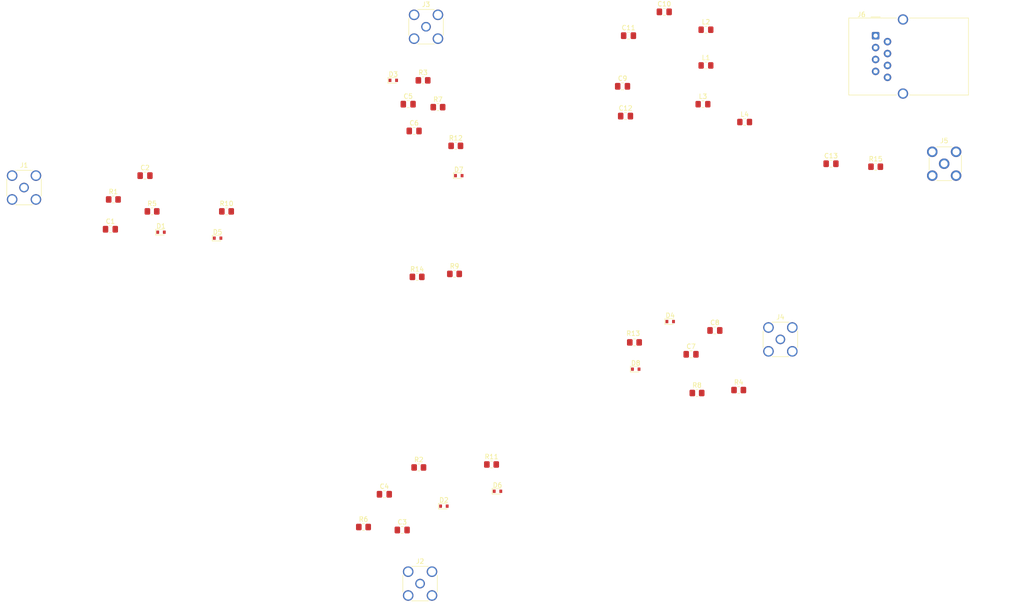
<source format=kicad_pcb>
(kicad_pcb (version 20211014) (generator pcbnew)
  (layers (0 "F.Cu" signal) (31 "B.Cu" signal) (34 "B.Paste" user) (35 "F.Paste" user) (36 "B.SilkS" user "B.Silkscreen") (37 "F.SilkS" user "F.Silkscreen") (38 "B.Mask" user) (39 "F.Mask" user) (44 "Edge.Cuts" user))
  (net 0 "")
  (net 1 "Net-(C1-Pad1)")
  (net 2 "Net-(C1-Pad2)")
  (net 3 "GND")
  (net 4 "Net-(C2-Pad2)")
  (net 5 "Net-(C3-Pad1)")
  (net 6 "Net-(C3-Pad2)")
  (net 7 "Net-(C5-Pad1)")
  (net 8 "Net-(C5-Pad2)")
  (net 9 "Net-(C7-Pad1)")
  (net 10 "Net-(C7-Pad2)")
  (net 11 "/NORTH")
  (net 12 "/SOUTH")
  (net 13 "/EAST")
  (net 14 "/WEST")
  (net 15 "Net-(C13-Pad1)")
  (net 16 "Net-(C13-Pad2)")
  (net 17 "Net-(D1-Pad2)")
  (net 18 "Net-(D2-Pad2)")
  (net 19 "Net-(D3-Pad2)")
  (net 20 "Net-(D4-Pad2)")
  (net 21 "Net-(L1-Pad1)")
  (net 22 "Net-(L2-Pad1)")
  (net 23 "Net-(L3-Pad1)")
  (net 24 "Net-(L4-Pad1)")
  (footprint "Resistor_SMD:R_0805_2012Metric_Pad1.20x1.40mm_HandSolder" (layer "F.Cu") (at 55.245 74.93)
    (fp_text reference "R5" (at 0 -1.65) (layer "F.SilkS"))
    (fp_text value "R")
    (fp_line (start -0.227064 0.735) (end 0.227064 0.735) (layer "F.SilkS") (width 0.12))
    (fp_line (start -0.227064 -0.735) (end 0.227064 -0.735) (layer "F.SilkS") (width 0.12))
    (pad "1" smd roundrect (at -1 0) (size 1.2 1.4) (layers "F.Cu" "F.Paste" "F.Mask") (roundrect_rratio 0.208333) (net 1 "Net-(C1-Pad1)"))
    (pad "2" smd roundrect (at 1 0) (size 1.2 1.4) (layers "F.Cu" "F.Paste" "F.Mask") (roundrect_rratio 0.208333) (net 4 "Net-(C2-Pad2)"))
  )
  (footprint "Connector_Coaxial:SMA_Wurth_60312002114503_Vertical" (layer "F.Cu") (at 189.23 102.235)
    (fp_text reference "J4" (at 0 -4.75) (layer "F.SilkS"))
    (fp_text value "Conn_Coaxial")
    (fp_line (start -1.8 -3.68) (end 1.8 -3.68) (layer "F.SilkS") (width 0.12))
    (fp_line (start -3.68 -1.8) (end -3.68 1.8) (layer "F.SilkS") (width 0.12))
    (fp_line (start -1.8 3.68) (end 1.8 3.68) (layer "F.SilkS") (width 0.12))
    (fp_line (start 3.68 -1.8) (end 3.68 1.8) (layer "F.SilkS") (width 0.12))
    (pad "1" thru_hole circle (at 0 0) (size 2.05 2.05) (drill 1.5) (layers *.Cu *.Mask) (net 10 "Net-(C7-Pad2)"))
    (pad "2" thru_hole circle (at -2.54 2.54) (size 2.25 2.25) (drill 1.7) (layers *.Cu *.Mask) (net 3 "GND"))
    (pad "2" thru_hole circle (at 2.54 -2.54) (size 2.25 2.25) (drill 1.7) (layers *.Cu *.Mask) (net 3 "GND"))
    (pad "2" thru_hole circle (at 2.54 2.54) (size 2.25 2.25) (drill 1.7) (layers *.Cu *.Mask) (net 3 "GND"))
    (pad "2" thru_hole circle (at -2.54 -2.54) (size 2.25 2.25) (drill 1.7) (layers *.Cu *.Mask) (net 3 "GND"))
  )
  (footprint "Resistor_SMD:R_0805_2012Metric_Pad1.20x1.40mm_HandSolder" (layer "F.Cu") (at 120.015 60.96)
    (fp_text reference "R12" (at 0 -1.65) (layer "F.SilkS"))
    (fp_text value "R")
    (fp_line (start -0.227064 -0.735) (end 0.227064 -0.735) (layer "F.SilkS") (width 0.12))
    (fp_line (start -0.227064 0.735) (end 0.227064 0.735) (layer "F.SilkS") (width 0.12))
    (pad "1" smd roundrect (at -1 0) (size 1.2 1.4) (layers "F.Cu" "F.Paste" "F.Mask") (roundrect_rratio 0.208333) (net 23 "Net-(L3-Pad1)"))
    (pad "2" smd roundrect (at 1 0) (size 1.2 1.4) (layers "F.Cu" "F.Paste" "F.Mask") (roundrect_rratio 0.208333) (net 19 "Net-(D3-Pad2)"))
  )
  (footprint "Diode_SMD:D_SOD-523" (layer "F.Cu") (at 106.68 46.99)
    (fp_text reference "D3" (at 0 -1.3) (layer "F.SilkS"))
    (fp_text value "D")
    (fp_line (start -1.15 -0.6) (end -1.15 0.6) (layer "F.SilkS") (width 0.12))
    (fp_line (start 0.7 -0.6) (end -1.15 -0.6) (layer "F.SilkS") (width 0.12))
    (fp_line (start 0.7 0.6) (end -1.15 0.6) (layer "F.SilkS") (width 0.12))
    (pad "1" smd rect (at -0.7 0 180) (size 0.6 0.7) (layers "F.Cu" "F.Paste" "F.Mask") (net 7 "Net-(C5-Pad1)"))
    (pad "2" smd rect (at 0.7 0 180) (size 0.6 0.7) (layers "F.Cu" "F.Paste" "F.Mask") (net 19 "Net-(D3-Pad2)"))
  )
  (footprint "Connector_RJ:RJ45_Wuerth_7499010001A_Horizontal" (layer "F.Cu") (at 209.535 37.465)
    (fp_text reference "J6" (at -3 -4.5) (layer "F.SilkS"))
    (fp_text value "RJ45_Shielded")
    (fp_line (start -5.72 -3.765) (end -5.72 12.655) (layer "F.SilkS") (width 0.12))
    (fp_line (start -5.72 12.655) (end 4.47 12.655) (layer "F.SilkS") (width 0.12))
    (fp_line (start 4.47 -3.765) (end -5.72 -3.765) (layer "F.SilkS") (width 0.12))
    (fp_line (start 7.21 12.655) (end 19.8 12.655) (layer "F.SilkS") (width 0.12))
    (fp_line (start -1 -4) (end 1 -4) (layer "F.SilkS") (width 0.12))
    (fp_line (start 19.8 -3.765) (end 7.21 -3.765) (layer "F.SilkS") (width 0.12))
    (fp_line (start 19.8 12.655) (end 19.8 -3.765) (layer "F.SilkS") (width 0.12))
    (pad "" np_thru_hole circle (at 8.89 10.16 90) (size 3.25 3.25) (drill 3.25) (layers *.Cu *.Mask))
    (pad "" np_thru_hole circle (at 8.89 -1.27 90) (size 3.25 3.25) (drill 3.25) (layers *.Cu *.Mask))
    (pad "1" thru_hole roundrect (at 0 0 90) (size 1.6 1.6) (drill 0.9) (layers *.Cu *.Mask) (roundrect_rratio 0.155) (net 3 "GND"))
    (pad "2" thru_hole circle (at 2.54 1.27 90) (size 1.6 1.6) (drill 0.9) (layers *.Cu *.Mask) (net 14 "/WEST"))
    (pad "3" thru_hole circle (at 0 2.54 90) (size 1.6 1.6) (drill 0.9) (layers *.Cu *.Mask) (net 3 "GND"))
    (pad "4" thru_hole circle (at 2.54 3.81 90) (size 1.6 1.6) (drill 0.9) (layers *.Cu *.Mask) (net 13 "/EAST"))
    (pad "5" thru_hole circle (at 0 5.08 90) (size 1.6 1.6) (drill 0.9) (layers *.Cu *.Mask) (net 3 "GND"))
    (pad "6" thru_hole circle (at 2.54 6.35 90) (size 1.6 1.6) (drill 0.9) (layers *.Cu *.Mask) (net 12 "/SOUTH"))
    (pad "7" thru_hole circle (at 0 7.62 90) (size 1.6 1.6) (drill 0.9) (layers *.Cu *.Mask) (net 3 "GND"))
    (pad "8" thru_hole circle (at 2.54 8.89 90) (size 1.6 1.6) (drill 0.9) (layers *.Cu *.Mask) (net 11 "/NORTH"))
    (pad "SH" thru_hole circle (at 5.84 12.345 90) (size 2.2 2.2) (drill 1.6) (layers *.Cu *.Mask) (net 3 "GND"))
    (pad "SH" thru_hole circle (at 5.84 -3.455 90) (size 2.2 2.2) (drill 1.6) (layers *.Cu *.Mask) (net 3 "GND"))
  )
  (footprint "Inductor_SMD:L_0805_2012Metric_Pad1.15x1.40mm_HandSolder" (layer "F.Cu") (at 173.355 36.195)
    (fp_text reference "L2" (at 0 -1.65) (layer "F.SilkS"))
    (fp_text value "L")
    (fp_line (start -0.261252 -0.71) (end 0.261252 -0.71) (layer "F.SilkS") (width 0.12))
    (fp_line (start -0.261252 0.71) (end 0.261252 0.71) (layer "F.SilkS") (width 0.12))
    (pad "1" smd roundrect (at -1.025 0) (size 1.15 1.4) (layers "F.Cu" "F.Paste" "F.Mask") (roundrect_rratio 0.217391) (net 22 "Net-(L2-Pad1)"))
    (pad "2" smd roundrect (at 1.025 0) (size 1.15 1.4) (layers "F.Cu" "F.Paste" "F.Mask") (roundrect_rratio 0.217391) (net 12 "/SOUTH"))
  )
  (footprint "Capacitor_SMD:C_0805_2012Metric_Pad1.18x1.45mm_HandSolder" (layer "F.Cu") (at 109.855 52.07)
    (fp_text reference "C5" (at 0 -1.68) (layer "F.SilkS"))
    (fp_text value "C")
    (fp_line (start -0.261252 0.735) (end 0.261252 0.735) (layer "F.SilkS") (width 0.12))
    (fp_line (start -0.261252 -0.735) (end 0.261252 -0.735) (layer "F.SilkS") (width 0.12))
    (pad "1" smd roundrect (at -1.0375 0) (size 1.175 1.45) (layers "F.Cu" "F.Paste" "F.Mask") (roundrect_rratio 0.212766) (net 7 "Net-(C5-Pad1)"))
    (pad "2" smd roundrect (at 1.0375 0) (size 1.175 1.45) (layers "F.Cu" "F.Paste" "F.Mask") (roundrect_rratio 0.212766) (net 8 "Net-(C5-Pad2)"))
  )
  (footprint "Diode_SMD:D_SOD-523" (layer "F.Cu") (at 57.15 79.375)
    (fp_text reference "D1" (at 0 -1.3) (layer "F.SilkS"))
    (fp_text value "D")
    (fp_line (start 0.7 -0.6) (end -1.15 -0.6) (layer "F.SilkS") (width 0.12))
    (fp_line (start -1.15 -0.6) (end -1.15 0.6) (layer "F.SilkS") (width 0.12))
    (fp_line (start 0.7 0.6) (end -1.15 0.6) (layer "F.SilkS") (width 0.12))
    (pad "1" smd rect (at -0.7 0 180) (size 0.6 0.7) (layers "F.Cu" "F.Paste" "F.Mask") (net 1 "Net-(C1-Pad1)"))
    (pad "2" smd rect (at 0.7 0 180) (size 0.6 0.7) (layers "F.Cu" "F.Paste" "F.Mask") (net 17 "Net-(D1-Pad2)"))
  )
  (footprint "Resistor_SMD:R_0805_2012Metric_Pad1.20x1.40mm_HandSolder" (layer "F.Cu") (at 209.55 65.405)
    (fp_text reference "R15" (at 0 -1.65) (layer "F.SilkS"))
    (fp_text value "R")
    (fp_line (start -0.227064 0.735) (end 0.227064 0.735) (layer "F.SilkS") (width 0.12))
    (fp_line (start -0.227064 -0.735) (end 0.227064 -0.735) (layer "F.SilkS") (width 0.12))
    (pad "1" smd roundrect (at -1 0) (size 1.2 1.4) (layers "F.Cu" "F.Paste" "F.Mask") (roundrect_rratio 0.208333) (net 16 "Net-(C13-Pad2)"))
    (pad "2" smd roundrect (at 1 0) (size 1.2 1.4) (layers "F.Cu" "F.Paste" "F.Mask") (roundrect_rratio 0.208333) (net 3 "GND"))
  )
  (footprint "Capacitor_SMD:C_0805_2012Metric_Pad1.18x1.45mm_HandSolder" (layer "F.Cu") (at 108.585 142.875)
    (fp_text reference "C3" (at 0 -1.68) (layer "F.SilkS"))
    (fp_text value "C")
    (fp_line (start -0.261252 0.735) (end 0.261252 0.735) (layer "F.SilkS") (width 0.12))
    (fp_line (start -0.261252 -0.735) (end 0.261252 -0.735) (layer "F.SilkS") (width 0.12))
    (pad "1" smd roundrect (at -1.0375 0) (size 1.175 1.45) (layers "F.Cu" "F.Paste" "F.Mask") (roundrect_rratio 0.212766) (net 5 "Net-(C3-Pad1)"))
    (pad "2" smd roundrect (at 1.0375 0) (size 1.175 1.45) (layers "F.Cu" "F.Paste" "F.Mask") (roundrect_rratio 0.212766) (net 6 "Net-(C3-Pad2)"))
  )
  (footprint "Diode_SMD:D_SOD-523" (layer "F.Cu") (at 128.905 134.62)
    (fp_text reference "D6" (at 0 -1.3) (layer "F.SilkS"))
    (fp_text value "D")
    (fp_line (start 0.7 0.6) (end -1.15 0.6) (layer "F.SilkS") (width 0.12))
    (fp_line (start -1.15 -0.6) (end -1.15 0.6) (layer "F.SilkS") (width 0.12))
    (fp_line (start 0.7 -0.6) (end -1.15 -0.6) (layer "F.SilkS") (width 0.12))
    (pad "1" smd rect (at -0.7 0 180) (size 0.6 0.7) (layers "F.Cu" "F.Paste" "F.Mask") (net 15 "Net-(C13-Pad1)"))
    (pad "2" smd rect (at 0.7 0 180) (size 0.6 0.7) (layers "F.Cu" "F.Paste" "F.Mask") (net 18 "Net-(D2-Pad2)"))
  )
  (footprint "Resistor_SMD:R_0805_2012Metric_Pad1.20x1.40mm_HandSolder" (layer "F.Cu") (at 100.33 142.24)
    (fp_text reference "R6" (at 0 -1.65) (layer "F.SilkS"))
    (fp_text value "R")
    (fp_line (start -0.227064 -0.735) (end 0.227064 -0.735) (layer "F.SilkS") (width 0.12))
    (fp_line (start -0.227064 0.735) (end 0.227064 0.735) (layer "F.SilkS") (width 0.12))
    (pad "1" smd roundrect (at -1 0) (size 1.2 1.4) (layers "F.Cu" "F.Paste" "F.Mask") (roundrect_rratio 0.208333) (net 5 "Net-(C3-Pad1)"))
    (pad "2" smd roundrect (at 1 0) (size 1.2 1.4) (layers "F.Cu" "F.Paste" "F.Mask") (roundrect_rratio 0.208333) (net 4 "Net-(C2-Pad2)"))
  )
  (footprint "Resistor_SMD:R_0805_2012Metric_Pad1.20x1.40mm_HandSolder" (layer "F.Cu") (at 71.12 74.93)
    (fp_text reference "R10" (at 0 -1.65) (layer "F.SilkS"))
    (fp_text value "R")
    (fp_line (start -0.227064 -0.735) (end 0.227064 -0.735) (layer "F.SilkS") (width 0.12))
    (fp_line (start -0.227064 0.735) (end 0.227064 0.735) (layer "F.SilkS") (width 0.12))
    (pad "1" smd roundrect (at -1 0) (size 1.2 1.4) (layers "F.Cu" "F.Paste" "F.Mask") (roundrect_rratio 0.208333) (net 21 "Net-(L1-Pad1)"))
    (pad "2" smd roundrect (at 1 0) (size 1.2 1.4) (layers "F.Cu" "F.Paste" "F.Mask") (roundrect_rratio 0.208333) (net 17 "Net-(D1-Pad2)"))
  )
  (footprint "Capacitor_SMD:C_0805_2012Metric_Pad1.18x1.45mm_HandSolder" (layer "F.Cu") (at 156.845 37.465)
    (fp_text reference "C11" (at 0 -1.68) (layer "F.SilkS"))
    (fp_text value "C")
    (fp_line (start -0.261252 -0.735) (end 0.261252 -0.735) (layer "F.SilkS") (width 0.12))
    (fp_line (start -0.261252 0.735) (end 0.261252 0.735) (layer "F.SilkS") (width 0.12))
    (pad "1" smd roundrect (at -1.0375 0) (size 1.175 1.45) (layers "F.Cu" "F.Paste" "F.Mask") (roundrect_rratio 0.212766) (net 13 "/EAST"))
    (pad "2" smd roundrect (at 1.0375 0) (size 1.175 1.45) (layers "F.Cu" "F.Paste" "F.Mask") (roundrect_rratio 0.212766) (net 3 "GND"))
  )
  (footprint "Diode_SMD:D_SOD-523" (layer "F.Cu") (at 69.215 80.645)
    (fp_text reference "D5" (at 0 -1.3) (layer "F.SilkS"))
    (fp_text value "D")
    (fp_line (start 0.7 -0.6) (end -1.15 -0.6) (layer "F.SilkS") (width 0.12))
    (fp_line (start 0.7 0.6) (end -1.15 0.6) (layer "F.SilkS") (width 0.12))
    (fp_line (start -1.15 -0.6) (end -1.15 0.6) (layer "F.SilkS") (width 0.12))
    (pad "1" smd rect (at -0.7 0 180) (size 0.6 0.7) (layers "F.Cu" "F.Paste" "F.Mask") (net 15 "Net-(C13-Pad1)"))
    (pad "2" smd rect (at 0.7 0 180) (size 0.6 0.7) (layers "F.Cu" "F.Paste" "F.Mask") (net 17 "Net-(D1-Pad2)"))
  )
  (footprint "Capacitor_SMD:C_0805_2012Metric_Pad1.18x1.45mm_HandSolder" (layer "F.Cu") (at 46.355 78.74)
    (fp_text reference "C1" (at 0 -1.68) (layer "F.SilkS"))
    (fp_text value "C")
    (fp_line (start -0.261252 0.735) (end 0.261252 0.735) (layer "F.SilkS") (width 0.12))
    (fp_line (start -0.261252 -0.735) (end 0.261252 -0.735) (layer "F.SilkS") (width 0.12))
    (pad "1" smd roundrect (at -1.0375 0) (size 1.175 1.45) (layers "F.Cu" "F.Paste" "F.Mask") (roundrect_rratio 0.212766) (net 1 "Net-(C1-Pad1)"))
    (pad "2" smd roundrect (at 1.0375 0) (size 1.175 1.45) (layers "F.Cu" "F.Paste" "F.Mask") (roundrect_rratio 0.212766) (net 2 "Net-(C1-Pad2)"))
  )
  (footprint "Resistor_SMD:R_0805_2012Metric_Pad1.20x1.40mm_HandSolder" (layer "F.Cu") (at 113.03 46.99)
    (fp_text reference "R3" (at 0 -1.65) (layer "F.SilkS"))
    (fp_text value "R")
    (fp_line (start -0.227064 0.735) (end 0.227064 0.735) (layer "F.SilkS") (width 0.12))
    (fp_line (start -0.227064 -0.735) (end 0.227064 -0.735) (layer "F.SilkS") (width 0.12))
    (pad "1" smd roundrect (at -1 0) (size 1.2 1.4) (layers "F.Cu" "F.Paste" "F.Mask") (roundrect_rratio 0.208333) (net 8 "Net-(C5-Pad2)"))
    (pad "2" smd roundrect (at 1 0) (size 1.2 1.4) (layers "F.Cu" "F.Paste" "F.Mask") (roundrect_rratio 0.208333) (net 3 "GND"))
  )
  (footprint "Resistor_SMD:R_0805_2012Metric_Pad1.20x1.40mm_HandSolder" (layer "F.Cu") (at 158.115 102.87)
    (fp_text reference "R13" (at -0.27 -1.905) (layer "F.SilkS"))
    (fp_text value "R")
    (fp_line (start -0.227064 -0.735) (end 0.227064 -0.735) (layer "F.SilkS") (width 0.12))
    (fp_line (start -0.227064 0.735) (end 0.227064 0.735) (layer "F.SilkS") (width 0.12))
    (pad "1" smd roundrect (at -1 0) (size 1.2 1.4) (layers "F.Cu" "F.Paste" "F.Mask") (roundrect_rratio 0.208333) (net 24 "Net-(L4-Pad1)"))
    (pad "2" smd roundrect (at 1 0) (size 1.2 1.4) (layers "F.Cu" "F.Paste" "F.Mask") (roundrect_rratio 0.208333) (net 20 "Net-(D4-Pad2)"))
  )
  (footprint "Resistor_SMD:R_0805_2012Metric_Pad1.20x1.40mm_HandSolder" (layer "F.Cu") (at 111.76 88.9)
    (fp_text reference "R14" (at 0 -1.65) (layer "F.SilkS"))
    (fp_text value "R")
    (fp_line (start -0.227064 -0.735) (end 0.227064 -0.735) (layer "F.SilkS") (width 0.12))
    (fp_line (start -0.227064 0.735) (end 0.227064 0.735) (layer "F.SilkS") (width 0.12))
    (pad "1" smd roundrect (at -1 0) (size 1.2 1.4) (layers "F.Cu" "F.Paste" "F.Mask") (roundrect_rratio 0.208333) (net 15 "Net-(C13-Pad1)"))
    (pad "2" smd roundrect (at 1 0) (size 1.2 1.4) (layers "F.Cu" "F.Paste" "F.Mask") (roundrect_rratio 0.208333) (net 3 "GND"))
  )
  (footprint "Resistor_SMD:R_0805_2012Metric_Pad1.20x1.40mm_HandSolder" (layer "F.Cu") (at 180.34 113.03)
    (fp_text reference "R4" (at 0 -1.65) (layer "F.SilkS"))
    (fp_text value "R")
    (fp_line (start -0.227064 -0.735) (end 0.227064 -0.735) (layer "F.SilkS") (width 0.12))
    (fp_line (start -0.227064 0.735) (end 0.227064 0.735) (layer "F.SilkS") (width 0.12))
    (pad "1" smd roundrect (at -1 0) (size 1.2 1.4) (layers "F.Cu" "F.Paste" "F.Mask") (roundrect_rratio 0.208333) (net 10 "Net-(C7-Pad2)"))
    (pad "2" smd roundrect (at 1 0) (size 1.2 1.4) (layers "F.Cu" "F.Paste" "F.Mask") (roundrect_rratio 0.208333) (net 3 "GND"))
  )
  (footprint "Capacitor_SMD:C_0805_2012Metric_Pad1.18x1.45mm_HandSolder" (layer "F.Cu") (at 200.025 64.77)
    (fp_text reference "C13" (at 0 -1.68) (layer "F.SilkS"))
    (fp_text value "C")
    (fp_line (start -0.261252 -0.735) (end 0.261252 -0.735) (layer "F.SilkS") (width 0.12))
    (fp_line (start -0.261252 0.735) (end 0.261252 0.735) (layer "F.SilkS") (width 0.12))
    (pad "1" smd roundrect (at -1.0375 0) (size 1.175 1.45) (layers "F.Cu" "F.Paste" "F.Mask") (roundrect_rratio 0.212766) (net 15 "Net-(C13-Pad1)"))
    (pad "2" smd roundrect (at 1.0375 0) (size 1.175 1.45) (layers "F.Cu" "F.Paste" "F.Mask") (roundrect_rratio 0.212766) (net 16 "Net-(C13-Pad2)"))
  )
  (footprint "Capacitor_SMD:C_0805_2012Metric_Pad1.18x1.45mm_HandSolder" (layer "F.Cu") (at 170.18 105.41)
    (fp_text reference "C7" (at 0 -1.68) (layer "F.SilkS"))
    (fp_text value "C")
    (fp_line (start -0.261252 -0.735) (end 0.261252 -0.735) (layer "F.SilkS") (width 0.12))
    (fp_line (start -0.261252 0.735) (end 0.261252 0.735) (layer "F.SilkS") (width 0.12))
    (pad "1" smd roundrect (at -1.0375 0) (size 1.175 1.45) (layers "F.Cu" "F.Paste" "F.Mask") (roundrect_rratio 0.212766) (net 9 "Net-(C7-Pad1)"))
    (pad "2" smd roundrect (at 1.0375 0) (size 1.175 1.45) (layers "F.Cu" "F.Paste" "F.Mask") (roundrect_rratio 0.212766) (net 10 "Net-(C7-Pad2)"))
  )
  (footprint "Resistor_SMD:R_0805_2012Metric_Pad1.20x1.40mm_HandSolder" (layer "F.Cu") (at 46.99 72.39)
    (fp_text reference "R1" (at 0 -1.65) (layer "F.SilkS"))
    (fp_text value "R")
    (fp_line (start -0.227064 0.735) (end 0.227064 0.735) (layer "F.SilkS") (width 0.12))
    (fp_line (start -0.227064 -0.735) (end 0.227064 -0.735) (layer "F.SilkS") (width 0.12))
    (pad "1" smd roundrect (at -1 0) (size 1.2 1.4) (layers "F.Cu" "F.Paste" "F.Mask") (roundrect_rratio 0.208333) (net 2 "Net-(C1-Pad2)"))
    (pad "2" smd roundrect (at 1 0) (size 1.2 1.4) (layers "F.Cu" "F.Paste" "F.Mask") (roundrect_rratio 0.208333) (net 3 "GND"))
  )
  (footprint "Inductor_SMD:L_0805_2012Metric_Pad1.15x1.40mm_HandSolder" (layer "F.Cu") (at 172.72 52.07)
    (fp_text reference "L3" (at 0 -1.65) (layer "F.SilkS"))
    (fp_text value "L")
    (fp_line (start -0.261252 -0.71) (end 0.261252 -0.71) (layer "F.SilkS") (width 0.12))
    (fp_line (start -0.261252 0.71) (end 0.261252 0.71) (layer "F.SilkS") (width 0.12))
    (pad "1" smd roundrect (at -1.025 0) (size 1.15 1.4) (layers "F.Cu" "F.Paste" "F.Mask") (roundrect_rratio 0.217391) (net 23 "Net-(L3-Pad1)"))
    (pad "2" smd roundrect (at 1.025 0) (size 1.15 1.4) (layers "F.Cu" "F.Paste" "F.Mask") (roundrect_rratio 0.217391) (net 13 "/EAST"))
  )
  (footprint "Connector_Coaxial:SMA_Wurth_60312002114503_Vertical" (layer "F.Cu") (at 112.395 154.305)
    (fp_text reference "J2" (at 0 -4.75) (layer "F.SilkS"))
    (fp_text value "Conn_Coaxial")
    (fp_line (start -3.68 -1.8) (end -3.68 1.8) (layer "F.SilkS") (width 0.12))
    (fp_line (start 3.68 -1.8) (end 3.68 1.8) (layer "F.SilkS") (width 0.12))
    (fp_line (start -1.8 3.68) (end 1.8 3.68) (layer "F.SilkS") (width 0.12))
    (fp_line (start -1.8 -3.68) (end 1.8 -3.68) (layer "F.SilkS") (width 0.12))
    (pad "1" thru_hole circle (at 0 0) (size 2.05 2.05) (drill 1.5) (layers *.Cu *.Mask) (net 6 "Net-(C3-Pad2)"))
    (pad "2" thru_hole circle (at 2.54 -2.54) (size 2.25 2.25) (drill 1.7) (layers *.Cu *.Mask) (net 3 "GND"))
    (pad "2" thru_hole circle (at -2.54 2.54) (size 2.25 2.25) (drill 1.7) (layers *.Cu *.Mask) (net 3 "GND"))
    (pad "2" thru_hole circle (at -2.54 -2.54) (size 2.25 2.25) (drill 1.7) (layers *.Cu *.Mask) (net 3 "GND"))
    (pad "2" thru_hole circle (at 2.54 2.54) (size 2.25 2.25) (drill 1.7) (layers *.Cu *.Mask) (net 3 "GND"))
  )
  (footprint "Capacitor_SMD:C_0805_2012Metric_Pad1.18x1.45mm_HandSolder" (layer "F.Cu") (at 156.21 54.61)
    (fp_text reference "C12" (at 0 -1.68) (layer "F.SilkS"))
    (fp_text value "C")
    (fp_line (start -0.261252 -0.735) (end 0.261252 -0.735) (layer "F.SilkS") (width 0.12))
    (fp_line (start -0.261252 0.735) (end 0.261252 0.735) (layer "F.SilkS") (width 0.12))
    (pad "1" smd roundrect (at -1.0375 0) (size 1.175 1.45) (layers "F.Cu" "F.Paste" "F.Mask") (roundrect_rratio 0.212766) (net 14 "/WEST"))
    (pad "2" smd roundrect (at 1.0375 0) (size 1.175 1.45) (layers "F.Cu" "F.Paste" "F.Mask") (roundrect_rratio 0.212766) (net 3 "GND"))
  )
  (footprint "Inductor_SMD:L_0805_2012Metric_Pad1.15x1.40mm_HandSolder" (layer "F.Cu") (at 181.61 55.88)
    (fp_text reference "L4" (at 0 -1.65) (layer "F.SilkS"))
    (fp_text value "L")
    (fp_line (start -0.261252 -0.71) (end 0.261252 -0.71) (layer "F.SilkS") (width 0.12))
    (fp_line (start -0.261252 0.71) (end 0.261252 0.71) (layer "F.SilkS") (width 0.12))
    (pad "1" smd roundrect (at -1.025 0) (size 1.15 1.4) (layers "F.Cu" "F.Paste" "F.Mask") (roundrect_rratio 0.217391) (net 24 "Net-(L4-Pad1)"))
    (pad "2" smd roundrect (at 1.025 0) (size 1.15 1.4) (layers "F.Cu" "F.Paste" "F.Mask") (roundrect_rratio 0.217391) (net 14 "/WEST"))
  )
  (footprint "Capacitor_SMD:C_0805_2012Metric_Pad1.18x1.45mm_HandSolder" (layer "F.Cu") (at 104.775 135.255)
    (fp_text reference "C4" (at 0 -1.68) (layer "F.SilkS"))
    (fp_text value "C")
    (fp_line (start -0.261252 -0.735) (end 0.261252 -0.735) (layer "F.SilkS") (width 0.12))
    (fp_line (start -0.261252 0.735) (end 0.261252 0.735) (layer "F.SilkS") (width 0.12))
    (pad "1" smd roundrect (at -1.0375 0) (size 1.175 1.45) (layers "F.Cu" "F.Paste" "F.Mask") (roundrect_rratio 0.212766) (net 3 "GND"))
    (pad "2" smd roundrect (at 1.0375 0) (size 1.175 1.45) (layers "F.Cu" "F.Paste" "F.Mask") (roundrect_rratio 0.212766) (net 4 "Net-(C2-Pad2)"))
  )
  (footprint "Connector_Coaxial:SMA_Wurth_60312002114503_Vertical" (layer "F.Cu") (at 113.665 35.56)
    (fp_text reference "J3" (at 0 -4.75) (layer "F.SilkS"))
    (fp_text value "Conn_Coaxial")
    (fp_line (start 3.68 -1.8) (end 3.68 1.8) (layer "F.SilkS") (width 0.12))
    (fp_line (start -1.8 3.68) (end 1.8 3.68) (layer "F.SilkS") (width 0.12))
    (fp_line (start -1.8 -3.68) (end 1.8 -3.68) (layer "F.SilkS") (width 0.12))
    (fp_line (start -3.68 -1.8) (end -3.68 1.8) (layer "F.SilkS") (width 0.12))
    (pad "1" thru_hole circle (at 0 0) (size 2.05 2.05) (drill 1.5) (layers *.Cu *.Mask) (net 8 "Net-(C5-Pad2)"))
    (pad "2" thru_hole circle (at -2.54 -2.54) (size 2.25 2.25) (drill 1.7) (layers *.Cu *.Mask) (net 3 "GND"))
    (pad "2" thru_hole circle (at 2.54 -2.54) (size 2.25 2.25) (drill 1.7) (layers *.Cu *.Mask) (net 3 "GND"))
    (pad "2" thru_hole circle (at 2.54 2.54) (size 2.25 2.25) (drill 1.7) (layers *.Cu *.Mask) (net 3 "GND"))
    (pad "2" thru_hole circle (at -2.54 2.54) (size 2.25 2.25) (drill 1.7) (layers *.Cu *.Mask) (net 3 "GND"))
  )
  (footprint "Resistor_SMD:R_0805_2012Metric_Pad1.20x1.40mm_HandSolder" (layer "F.Cu") (at 112.125 129.54)
    (fp_text reference "R2" (at 0 -1.65) (layer "F.SilkS"))
    (fp_text value "R")
    (fp_line (start -0.227064 -0.735) (end 0.227064 -0.735) (layer "F.SilkS") (width 0.12))
    (fp_line (start -0.227064 0.735) (end 0.227064 0.735) (layer "F.SilkS") (width 0.12))
    (pad "1" smd roundrect (at -1 0) (size 1.2 1.4) (layers "F.Cu" "F.Paste" "F.Mask") (roundrect_rratio 0.208333) (net 6 "Net-(C3-Pad2)"))
    (pad "2" smd roundrect (at 1 0) (size 1.2 1.4) (layers "F.Cu" "F.Paste" "F.Mask") (roundrect_rratio 0.208333) (net 3 "GND"))
  )
  (footprint "Diode_SMD:D_SOD-523" (layer "F.Cu") (at 117.475 137.795)
    (fp_text reference "D2" (at 0 -1.3) (layer "F.SilkS"))
    (fp_text value "D")
    (fp_line (start -1.15 -0.6) (end -1.15 0.6) (layer "F.SilkS") (width 0.12))
    (fp_line (start 0.7 0.6) (end -1.15 0.6) (layer "F.SilkS") (width 0.12))
    (fp_line (start 0.7 -0.6) (end -1.15 -0.6) (layer "F.SilkS") (width 0.12))
    (pad "1" smd rect (at -0.7 0 180) (size 0.6 0.7) (layers "F.Cu" "F.Paste" "F.Mask") (net 5 "Net-(C3-Pad1)"))
    (pad "2" smd rect (at 0.7 0 180) (size 0.6 0.7) (layers "F.Cu" "F.Paste" "F.Mask") (net 18 "Net-(D2-Pad2)"))
  )
  (footprint "Diode_SMD:D_SOD-523" (layer "F.Cu") (at 165.735 98.425)
    (fp_text reference "D4" (at 0 -1.3) (layer "F.SilkS"))
    (fp_text value "D")
    (fp_line (start 0.7 0.6) (end -1.15 0.6) (layer "F.SilkS") (width 0.12))
    (fp_line (start 0.7 -0.6) (end -1.15 -0.6) (layer "F.SilkS") (width 0.12))
    (fp_line (start -1.15 -0.6) (end -1.15 0.6) (layer "F.SilkS") (width 0.12))
    (pad "1" smd rect (at -0.7 0 180) (size 0.6 0.7) (layers "F.Cu" "F.Paste" "F.Mask") (net 9 "Net-(C7-Pad1)"))
    (pad "2" smd rect (at 0.7 0 180) (size 0.6 0.7) (layers "F.Cu" "F.Paste" "F.Mask") (net 20 "Net-(D4-Pad2)"))
  )
  (footprint "Capacitor_SMD:C_0805_2012Metric_Pad1.18x1.45mm_HandSolder" (layer "F.Cu") (at 164.465 32.385)
    (fp_text reference "C10" (at 0 -1.68) (layer "F.SilkS"))
    (fp_text value "C")
    (fp_line (start -0.261252 -0.735) (end 0.261252 -0.735) (layer "F.SilkS") (width 0.12))
    (fp_line (start -0.261252 0.735) (end 0.261252 0.735) (layer "F.SilkS") (width 0.12))
    (pad "1" smd roundrect (at -1.0375 0) (size 1.175 1.45) (layers "F.Cu" "F.Paste" "F.Mask") (roundrect_rratio 0.212766) (net 12 "/SOUTH"))
    (pad "2" smd roundrect (at 1.0375 0) (size 1.175 1.45) (layers "F.Cu" "F.Paste" "F.Mask") (roundrect_rratio 0.212766) (net 3 "GND"))
  )
  (footprint "Capacitor_SMD:C_0805_2012Metric_Pad1.18x1.45mm_HandSolder" (layer "F.Cu") (at 53.7425 67.31)
    (fp_text reference "C2" (at 0 -1.68) (layer "F.SilkS"))
    (fp_text value "C")
    (fp_line (start -0.261252 0.735) (end 0.261252 0.735) (layer "F.SilkS") (width 0.12))
    (fp_line (start -0.261252 -0.735) (end 0.261252 -0.735) (layer "F.SilkS") (width 0.12))
    (pad "1" smd roundrect (at -1.0375 0) (size 1.175 1.45) (layers "F.Cu" "F.Paste" "F.Mask") (roundrect_rratio 0.212766) (net 3 "GND"))
    (pad "2" smd roundrect (at 1.0375 0) (size 1.175 1.45) (layers "F.Cu" "F.Paste" "F.Mask") (roundrect_rratio 0.212766) (net 4 "Net-(C2-Pad2)"))
  )
  (footprint "Diode_SMD:D_SOD-523" (layer "F.Cu") (at 120.65 67.31)
    (fp_text reference "D7" (at 0 -1.3) (layer "F.SilkS"))
    (fp_text value "D")
    (fp_line (start -1.15 -0.6) (end -1.15 0.6) (layer "F.SilkS") (width 0.12))
    (fp_line (start 0.7 0.6) (end -1.15 0.6) (layer "F.SilkS") (width 0.12))
    (fp_line (start 0.7 -0.6) (end -1.15 -0.6) (layer "F.SilkS") (width 0.12))
    (pad "1" smd rect (at -0.7 0 180) (size 0.6 0.7) (layers "F.Cu" "F.Paste" "F.Mask") (net 15 "Net-(C13-Pad1)"))
    (pad "2" smd rect (at 0.7 0 180) (size 0.6 0.7) (layers "F.Cu" "F.Paste" "F.Mask") (net 19 "Net-(D3-Pad2)"))
  )
  (footprint "Connector_Coaxial:SMA_Molex_73251-2200_Horizontal" (layer "F.Cu") (at 224.155 64.77 -90)
    (fp_text reference "J5" (at -4.9 0) (layer "F.SilkS"))
    (fp_text value "Conn_Coaxial")
    (fp_line (start -3.6 -1.6) (end -3.6 1.6) (layer "F.SilkS") (width 0.12))
    (fp_line (start 3.6 -1.6) (end 3.6 1.6) (layer "F.SilkS") (width 0.12))
    (fp_line (start -1.8 -3.68) (end 1.8 -3.68) (layer "F.SilkS") (width 0.12))
    (fp_line (start -1.3 3.2) (end 1.3 3.2) (layer "F.SilkS") (width 0.12))
    (pad "1" thru_hole circle (at 0 0 270) (size 2.25 2.25) (drill 1.5) (layers *.Cu *.Mask) (net 16 "Net-(C13-Pad2)"))
    (pad "2" thru_hole circle (at -2.54 -2.54 270) (size 2.25 2.25) (drill 1.5) (layers *.Cu *.Mask) (net 3 "GND"))
    (pad "2" thru_hole circle (at 2.54 2.54) (size 2.25 2.25) (drill 1.5) (layers *.Cu *.Mask) (net 3 "GND"))
    (pad "2" thru_hole circle (at -2.54 2.54 270) (size 2.25 2.25) (drill 1.5) (layers *.Cu *.Mask) (net 3 "GND"))
    (pad "2" thru_hole circle (at 2.54 -2.54 270) (size 2.25 2.25) (drill 1.5) (layers *.Cu *.Mask) (net 3 "GND"))
  )
  (footprint "Capacitor_SMD:C_0805_2012Metric_Pad1.18x1.45mm_HandSolder" (layer "F.Cu") (at 155.575 48.26)
    (fp_text reference "C9" (at 0 -1.68) (layer "F.SilkS"))
    (fp_text value "C")
    (fp_line (start -0.261252 0.735) (end 0.261252 0.735) (layer "F.SilkS") (width 0.12))
    (fp_line (start -0.261252 -0.735) (end 0.261252 -0.735) (layer "F.SilkS") (width 0.12))
    (pad "1" smd roundrect (at -1.0375 0) (size 1.175 1.45) (layers "F.Cu" "F.Paste" "F.Mask") (roundrect_rratio 0.212766) (net 11 "/NORTH"))
    (pad "2" smd roundrect (at 1.0375 0) (size 1.175 1.45) (layers "F.Cu" "F.Paste" "F.Mask") (roundrect_rratio 0.212766) (net 3 "GND"))
  )
  (footprint "Diode_SMD:D_SOD-523" (layer "F.Cu") (at 158.385 108.585)
    (fp_text reference "D8" (at 0 -1.3) (layer "F.SilkS"))
    (fp_text value "D")
    (fp_line (start 0.7 0.6) (end -1.15 0.6) (layer "F.SilkS") (width 0.12))
    (fp_line (start -1.15 -0.6) (end -1.15 0.6) (layer "F.SilkS") (width 0.12))
    (fp_line (start 0.7 -0.6) (end -1.15 -0.6) (layer "F.SilkS") (width 0.12))
    (pad "1" smd rect (at -0.7 0 180) (size 0.6 0.7) (layers "F.Cu" "F.Paste" "F.Mask") (net 15 "Net-(C13-Pad1)"))
    (pad "2" smd rect (at 0.7 0 180) (size 0.6 0.7) (layers "F.Cu" "F.Paste" "F.Mask") (net 20 "Net-(D4-Pad2)"))
  )
  (footprint "Resistor_SMD:R_0805_2012Metric_Pad1.20x1.40mm_HandSolder" (layer "F.Cu") (at 116.205 52.705)
    (fp_text reference "R7" (at 0 -1.65) (layer "F.SilkS"))
    (fp_text value "R")
    (fp_line (start -0.227064 -0.735) (end 0.227064 -0.735) (layer "F.SilkS") (width 0.12))
    (fp_line (start -0.227064 0.735) (end 0.227064 0.735) (layer "F.SilkS") (width 0.12))
    (pad "1" smd roundrect (at -1 0) (size 1.2 1.4) (layers "F.Cu" "F.Paste" "F.Mask") (roundrect_rratio 0.208333) (net 7 "Net-(C5-Pad1)"))
    (pad "2" smd roundrect (at 1 0) (size 1.2 1.4) (layers "F.Cu" "F.Paste" "F.Mask") (roundrect_rratio 0.208333) (net 4 "Net-(C2-Pad2)"))
  )
  (footprint "Resistor_SMD:R_0805_2012Metric_Pad1.20x1.40mm_HandSolder" (layer "F.Cu") (at 119.745 88.265)
    (fp_text reference "R9" (at 0 -1.65) (layer "F.SilkS"))
    (fp_text value "R")
    (fp_line (start -0.227064 0.735) (end 0.227064 0.735) (layer "F.SilkS") (width 0.12))
    (fp_line (start -0.227064 -0.735) (end 0.227064 -0.735) (layer "F.SilkS") (width 0.12))
    (pad "1" smd roundrect (at -1 0) (size 1.2 1.4) (layers "F.Cu" "F.Paste" "F.Mask") (roundrect_rratio 0.208333) (net 4 "Net-(C2-Pad2)"))
    (pad "2" smd roundrect (at 1 0) (size 1.2 1.4) (layers "F.Cu" "F.Paste" "F.Mask") (roundrect_rratio 0.208333) (net 3 "GND"))
  )
  (footprint "Capacitor_SMD:C_0805_2012Metric_Pad1.18x1.45mm_HandSolder" (layer "F.Cu") (at 175.26 100.33)
    (fp_text reference "C8" (at 0 -1.68) (layer "F.SilkS"))
    (fp_text value "C")
    (fp_line (start -0.261252 -0.735) (end 0.261252 -0.735) (layer "F.SilkS") (width 0.12))
    (fp_line (start -0.261252 0.735) (end 0.261252 0.735) (layer "F.SilkS") (width 0.12))
    (pad "1" smd roundrect (at -1.0375 0) (size 1.175 1.45) (layers "F.Cu" "F.Paste" "F.Mask") (roundrect_rratio 0.212766) (net 3 "GND"))
    (pad "2" smd roundrect (at 1.0375 0) (size 1.175 1.45) (layers "F.Cu" "F.Paste" "F.Mask") (roundrect_rratio 0.212766) (net 4 "Net-(C2-Pad2)"))
  )
  (footprint "Connector_Coaxial:SMA_Wurth_60312002114503_Vertical" (layer "F.Cu") (at 27.94 69.85)
    (fp_text reference "J1" (at 0 -4.75) (layer "F.SilkS"))
    (fp_text value "Conn_Coaxial")
    (fp_line (start -3.68 -1.8) (end -3.68 1.8) (layer "F.SilkS") (width 0.12))
    (fp_line (start 3.68 -1.8) (end 3.68 1.8) (layer "F.SilkS") (width 0.12))
    (fp_line (start -1.8 3.68) (end 1.8 3.68) (layer "F.SilkS") (width 0.12))
    (fp_line (start -1.8 -3.68) (end 1.8 -3.68) (layer "F.SilkS") (width 0.12))
    (pad "1" thru_hole circle (at 0 0) (size 2.05 2.05) (drill 1.5) (layers *.Cu *.Mask) (net 2 "Net-(C1-Pad2)"))
    (pad "2" thru_hole circle (at 2.54 2.54) (size 2.25 2.25) (drill 1.7) (layers *.Cu *.Mask) (net 3 "GND"))
    (pad "2" thru_hole circle (at 2.54 -2.54) (size 2.25 2.25) (drill 1.7) (layers *.Cu *.Mask) (net 3 "GND"))
    (pad "2" thru_hole circle (at -2.54 -2.54) (size 2.25 2.25) (drill 1.7) (layers *.Cu *.Mask) (net 3 "GND"))
    (pad "2" thru_hole circle (at -2.54 2.54) (size 2.25 2.25) (drill 1.7) (layers *.Cu *.Mask) (net 3 "GND"))
  )
  (footprint "Resistor_SMD:R_0805_2012Metric_Pad1.20x1.40mm_HandSolder" (layer "F.Cu") (at 171.45 113.665)
    (fp_text reference "R8" (at 0 -1.65) (layer "F.SilkS"))
    (fp_text value "R")
    (fp_line (start -0.227064 0.735) (end 0.227064 0.735) (layer "F.SilkS") (width 0.12))
    (fp_line (start -0.227064 -0.735) (end 0.227064 -0.735) (layer "F.SilkS") (width 0.12))
    (pad "1" smd roundrect (at -1 0) (size 1.2 1.4) (layers "F.Cu" "F.Paste" "F.Mask") (roundrect_rratio 0.208333) (net 9 "Net-(C7-Pad1)"))
    (pad "2" smd roundrect (at 1 0) (size 1.2 1.4) (layers "F.Cu" "F.Paste" "F.Mask") (roundrect_rratio 0.208333) (net 4 "Net-(C2-Pad2)"))
  )
  (footprint "Inductor_SMD:L_0805_2012Metric_Pad1.15x1.40mm_HandSolder" (layer "F.Cu") (at 173.355 43.815)
    (fp_text reference "L1" (at 0 -1.65) (layer "F.SilkS"))
    (fp_text value "L")
    (fp_line (start -0.261252 -0.71) (end 0.261252 -0.71) (layer "F.SilkS") (width 0.12))
    (fp_line (start -0.261252 0.71) (end 0.261252 0.71) (layer "F.SilkS") (width 0.12))
    (pad "1" smd roundrect (at -1.025 0) (size 1.15 1.4) (layers "F.Cu" "F.Paste" "F.Mask") (roundrect_rratio 0.217391) (net 21 "Net-(L1-Pad1)"))
    (pad "2" smd roundrect (at 1.025 0) (size 1.15 1.4) (layers "F.Cu" "F.Paste" "F.Mask") (roundrect_rratio 0.217391) (net 11 "/NORTH"))
  )
  (footprint "Resistor_SMD:R_0805_2012Metric_Pad1.20x1.40mm_HandSolder" (layer "F.Cu") (at 127.635 128.905)
    (fp_text reference "R11" (at 0 -1.65) (layer "F.SilkS"))
    (fp_text value "R")
    (fp_line (start -0.227064 0.735) (end 0.227064 0.735) (layer "F.SilkS") (width 0.12))
    (fp_line (start -0.227064 -0.735) (end 0.227064 -0.735) (layer "F.SilkS") (width 0.12))
    (pad "1" smd roundrect (at -1 0) (size 1.2 1.4) (layers "F.Cu" "F.Paste" "F.Mask") (roundrect_rratio 0.208333) (net 22 "Net-(L2-Pad1)"))
    (pad "2" smd roundrect (at 1 0) (size 1.2 1.4) (layers "F.Cu" "F.Paste" "F.Mask") (roundrect_rratio 0.208333) (net 18 "Net-(D2-Pad2)"))
  )
  (footprint "Capacitor_SMD:C_0805_2012Metric_Pad1.18x1.45mm_HandSolder" (layer "F.Cu") (at 111.125 57.785)
    (fp_text reference "C6" (at 0 -1.68) (layer "F.SilkS"))
    (fp_text value "C")
    (fp_line (start -0.261252 0.735) (end 0.261252 0.735) (layer "F.SilkS") (width 0.12))
    (fp_line (start -0.261252 -0.735) (end 0.261252 -0.735) (layer "F.SilkS") (width 0.12))
    (pad "1" smd roundrect (at -1.0375 0) (size 1.175 1.45) (layers "F.Cu" "F.Paste" "F.Mask") (roundrect_rratio 0.212766) (net 3 "GND"))
    (pad "2" smd roundrect (at 1.0375 0) (size 1.175 1.45) (layers "F.Cu" "F.Paste" "F.Mask") (roundrect_rratio 0.212766) (net 4 "Net-(C2-Pad2)"))
  )
)
</source>
